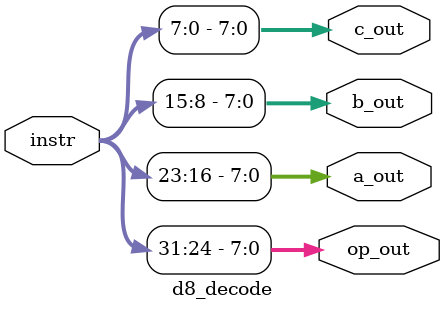
<source format=v>
/*
Copyright (C) 2012 Carla Sauvanaud
Copyright (C) 2012, 2016  Benoît Morgan

This file is part of dumb8.

dumb8 is free software: you can redistribute it and/or modify
it under the terms of the GNU General Public License as published by
the Free Software Foundation, either version 3 of the License, or
(at your option) any later version.

dumb8 is distributed in the hope that it will be useful,
but WITHOUT ANY WARRANTY; without even the implied warranty of
MERCHANTABILITY or FITNESS FOR A PARTICULAR PURPOSE.  See the
GNU General Public License for more details.

You should have received a copy of the GNU General Public License
along with dumb8.  If not, see <http://www.gnu.org/licenses/>.
*/

module d8_decode (
  input [31:0] instr,
  output [7:0] op_out,
  output [7:0] a_out,
  output [7:0] b_out,
  output [7:0] c_out
);

assign op_out = instr[31:24];
assign a_out = instr[23:16];
assign b_out = instr[15:8];
assign c_out = instr[7:0];

endmodule

</source>
